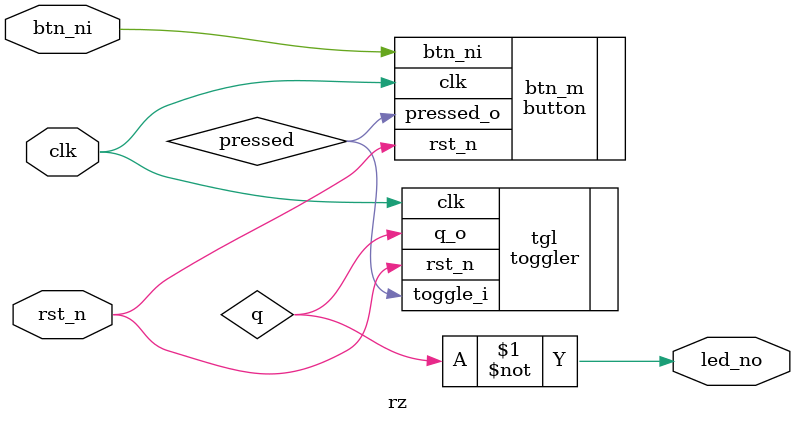
<source format=sv>
module rz
(
    input  logic clk,
    input  logic rst_n,

    input  logic btn_ni,
    output logic led_no
);

    // Converte o clique no botão para um único pulso em pressed
    // Não precisa negar o botão para ligar ao módulo button
    logic pressed;
    button btn_m (
        .clk(clk),  
        .rst_n(rst_n),
        .btn_ni(btn_ni),
        .pressed_o(pressed)
    );

    // Módulo que chaveia o valor de q quando recebe pulso em toggle_i
    logic q;
    toggler tgl (
        .clk(clk),
        .rst_n(rst_n),
        .toggle_i(pressed),
        .q_o(q)
    );

    // Inverte o q para mostrar no LED
    assign led_no = ~q;

endmodule

</source>
